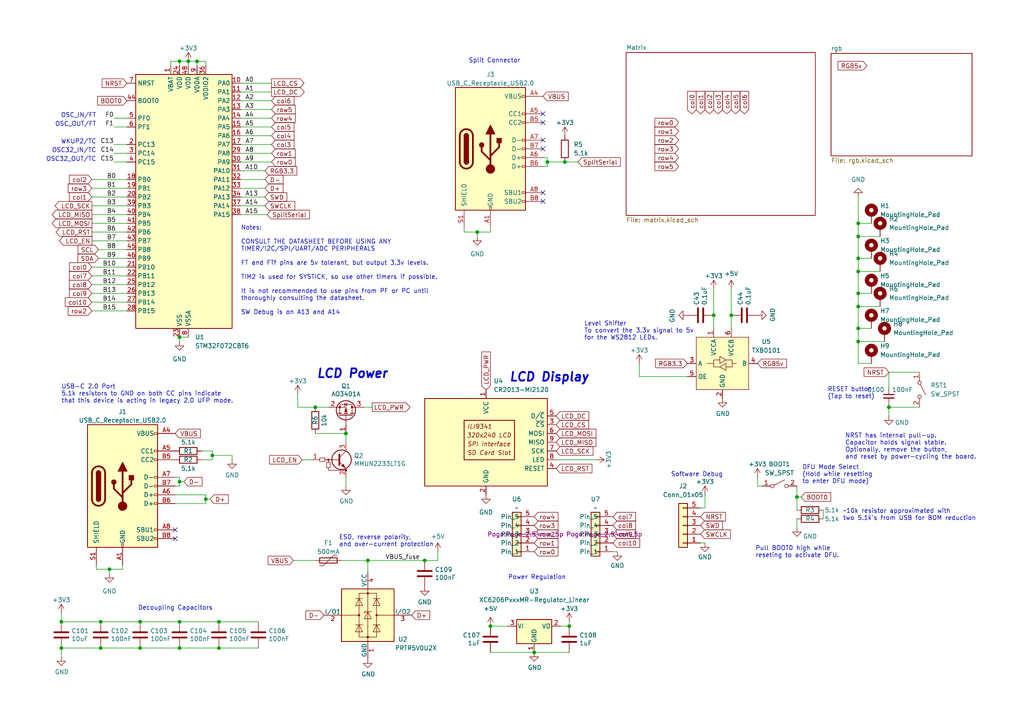
<source format=kicad_sch>
(kicad_sch (version 20231120) (generator "eeschema") (generator_version "8.0")
  (paper "A4")
  (junction (at 17.78 180.34))
  (junction (at 248.92 74.93))
  (junction (at 207.01 91.44))
  (junction (at 138.43 67.31))
  (junction (at 163.83 46.99))
  (junction (at 61.595 132.08))
  (junction (at 52.07 17.78))
  (junction (at 54.61 17.78))
  (junction (at 59.69 144.78))
  (junction (at 91.44 118.11))
  (junction (at 52.07 139.7))
  (junction (at 248.92 95.25))
  (junction (at 52.07 180.34))
  (junction (at 106.68 162.56))
  (junction (at 17.78 187.96))
  (junction (at 52.07 97.79))
  (junction (at 29.21 180.34))
  (junction (at 248.92 78.74))
  (junction (at 63.5 180.34))
  (junction (at 248.92 64.77))
  (junction (at 29.21 187.96))
  (junction (at 248.92 88.9))
  (junction (at 231.14 144.145))
  (junction (at 212.09 91.44))
  (junction (at 100.33 125.73))
  (junction (at 248.92 85.09))
  (junction (at 40.64 180.34))
  (junction (at 154.94 189.23) (diameter 0.9144))
  (junction (at 40.64 187.96))
  (junction (at 123.19 162.56))
  (junction (at 63.5 187.96))
  (junction (at 57.15 17.78))
  (junction (at 52.07 187.96))
  (junction (at 257.81 118.11))
  (junction (at 165.1 181.61))
  (junction (at 248.92 99.06))
  (junction (at 31.75 165.1))
  (junction (at 248.92 68.58))
  (junction (at 142.24 181.61))
  (junction (at 158.75 46.99))
  (no_connect (at 157.48 43.18))
  (no_connect (at 50.8 153.67))
  (no_connect (at 157.48 58.42))
  (no_connect (at 50.8 156.21))
  (no_connect (at 157.48 33.02))
  (no_connect (at 157.48 35.56))
  (no_connect (at 157.48 40.64))
  (no_connect (at 157.48 55.88))
  (wire (pts (xy 248.92 88.9) (xy 248.92 85.09)))
  (wire (pts (xy 69.85 39.37) (xy 78.74 39.37)))
  (wire (pts (xy 63.5 187.96) (xy 74.93 187.96)))
  (wire (pts (xy 123.19 162.56) (xy 127 162.56)))
  (wire (pts (xy 248.92 95.25) (xy 248.92 88.9)))
  (wire (pts (xy 138.43 68.58) (xy 138.43 67.31)))
  (wire (pts (xy 17.78 177.8) (xy 17.78 180.34)))
  (wire (pts (xy 26.67 80.01) (xy 36.83 80.01)))
  (wire (pts (xy 248.92 57.15) (xy 248.92 64.77)))
  (wire (pts (xy 100.33 125.73) (xy 100.33 128.27)))
  (wire (pts (xy 127 160.02) (xy 127 162.56)))
  (wire (pts (xy 40.64 180.34) (xy 29.21 180.34)))
  (wire (pts (xy 52.07 138.43) (xy 52.07 139.7)))
  (wire (pts (xy 67.31 132.08) (xy 67.31 133.35)))
  (wire (pts (xy 207.01 83.82) (xy 207.01 91.44)))
  (wire (pts (xy 69.85 57.15) (xy 76.835 57.15)))
  (wire (pts (xy 248.92 74.93) (xy 248.92 68.58)))
  (wire (pts (xy 248.92 78.74) (xy 248.92 74.93)))
  (wire (pts (xy 59.69 146.05) (xy 59.69 144.78)))
  (wire (pts (xy 50.8 143.51) (xy 59.69 143.51)))
  (wire (pts (xy 33.02 44.45) (xy 36.83 44.45)))
  (wire (pts (xy 26.67 77.47) (xy 36.83 77.47)))
  (wire (pts (xy 26.67 54.61) (xy 36.83 54.61)))
  (wire (pts (xy 26.67 52.07) (xy 36.83 52.07)))
  (wire (pts (xy 29.21 180.34) (xy 17.78 180.34)))
  (wire (pts (xy 40.64 187.96) (xy 52.07 187.96)))
  (wire (pts (xy 204.47 143.51) (xy 204.47 147.32)))
  (wire (pts (xy 52.07 17.78) (xy 52.07 19.05)))
  (wire (pts (xy 17.78 190.5) (xy 17.78 187.96)))
  (wire (pts (xy 69.85 54.61) (xy 76.835 54.61)))
  (wire (pts (xy 185.42 109.22) (xy 199.39 109.22)))
  (wire (pts (xy 33.02 36.83) (xy 36.83 36.83)))
  (wire (pts (xy 61.595 133.35) (xy 61.595 132.08)))
  (wire (pts (xy 248.92 99.06) (xy 248.92 105.41)))
  (wire (pts (xy 248.92 105.41) (xy 252.73 105.41)))
  (wire (pts (xy 28.575 72.39) (xy 36.83 72.39)))
  (wire (pts (xy 26.67 57.15) (xy 36.83 57.15)))
  (wire (pts (xy 26.67 85.09) (xy 36.83 85.09)))
  (wire (pts (xy 134.62 67.31) (xy 138.43 67.31)))
  (wire (pts (xy 86.36 114.3) (xy 86.36 118.11)))
  (wire (pts (xy 33.02 46.99) (xy 36.83 46.99)))
  (wire (pts (xy 154.94 189.23) (xy 165.1 189.23)))
  (wire (pts (xy 231.14 140.97) (xy 231.14 144.145)))
  (wire (pts (xy 52.07 99.06) (xy 52.07 97.79)))
  (wire (pts (xy 248.92 78.74) (xy 255.27 78.74)))
  (wire (pts (xy 61.595 132.08) (xy 67.31 132.08)))
  (wire (pts (xy 26.67 67.31) (xy 36.83 67.31)))
  (wire (pts (xy 165.1 180.34) (xy 165.1 181.61)))
  (wire (pts (xy 69.85 62.23) (xy 77.47 62.23)))
  (wire (pts (xy 52.07 97.79) (xy 54.61 97.79)))
  (wire (pts (xy 69.85 49.53) (xy 76.835 49.53)))
  (wire (pts (xy 52.07 180.34) (xy 63.5 180.34)))
  (wire (pts (xy 248.92 95.25) (xy 248.92 99.06)))
  (wire (pts (xy 204.47 147.32) (xy 203.2 147.32)))
  (wire (pts (xy 157.48 45.72) (xy 158.75 45.72)))
  (wire (pts (xy 26.67 62.23) (xy 36.83 62.23)))
  (wire (pts (xy 49.53 17.78) (xy 52.07 17.78)))
  (wire (pts (xy 26.67 64.77) (xy 36.83 64.77)))
  (wire (pts (xy 91.44 118.11) (xy 95.25 118.11)))
  (wire (pts (xy 50.8 146.05) (xy 59.69 146.05)))
  (wire (pts (xy 100.33 138.43) (xy 100.33 140.97)))
  (wire (pts (xy 69.85 34.29) (xy 78.74 34.29)))
  (wire (pts (xy 238.76 147.955) (xy 238.76 150.495)))
  (wire (pts (xy 52.07 139.7) (xy 52.07 140.97)))
  (wire (pts (xy 69.85 59.69) (xy 76.835 59.69)))
  (wire (pts (xy 26.67 82.55) (xy 36.83 82.55)))
  (wire (pts (xy 52.07 17.78) (xy 54.61 17.78)))
  (wire (pts (xy 185.42 109.22) (xy 185.42 105.41)))
  (wire (pts (xy 212.09 83.82) (xy 212.09 91.44)))
  (wire (pts (xy 49.53 17.78) (xy 49.53 19.05)))
  (wire (pts (xy 256.54 99.06) (xy 248.92 99.06)))
  (wire (pts (xy 33.02 41.91) (xy 36.83 41.91)))
  (wire (pts (xy 142.24 181.61) (xy 147.32 181.61)))
  (wire (pts (xy 69.85 44.45) (xy 78.74 44.45)))
  (wire (pts (xy 162.56 181.61) (xy 165.1 181.61)))
  (wire (pts (xy 85.09 162.56) (xy 91.44 162.56)))
  (wire (pts (xy 40.64 187.96) (xy 29.21 187.96)))
  (wire (pts (xy 257.81 107.95) (xy 257.81 112.395)))
  (wire (pts (xy 163.83 46.99) (xy 167.64 46.99)))
  (wire (pts (xy 231.14 144.145) (xy 231.14 147.955)))
  (wire (pts (xy 90.17 133.35) (xy 87.63 133.35)))
  (wire (pts (xy 26.67 87.63) (xy 36.83 87.63)))
  (wire (pts (xy 50.8 140.97) (xy 52.07 140.97)))
  (wire (pts (xy 158.75 46.99) (xy 163.83 46.99)))
  (wire (pts (xy 231.14 150.495) (xy 231.14 153.035)))
  (wire (pts (xy 257.81 107.95) (xy 266.7 107.95)))
  (wire (pts (xy 134.62 66.04) (xy 134.62 67.31)))
  (wire (pts (xy 91.44 125.73) (xy 100.33 125.73)))
  (wire (pts (xy 29.21 187.96) (xy 17.78 187.96)))
  (wire (pts (xy 69.85 24.13) (xy 78.74 24.13)))
  (wire (pts (xy 257.81 118.11) (xy 266.7 118.11)))
  (wire (pts (xy 35.56 165.1) (xy 35.56 163.83)))
  (wire (pts (xy 59.69 143.51) (xy 59.69 144.78)))
  (wire (pts (xy 203.2 157.48) (xy 204.47 157.48)))
  (wire (pts (xy 248.92 88.9) (xy 255.27 88.9)))
  (wire (pts (xy 69.85 29.21) (xy 78.74 29.21)))
  (wire (pts (xy 27.94 165.1) (xy 31.75 165.1)))
  (wire (pts (xy 106.68 162.56) (xy 123.19 162.56)))
  (wire (pts (xy 158.75 48.26) (xy 158.75 46.99)))
  (wire (pts (xy 248.92 64.77) (xy 252.73 64.77)))
  (wire (pts (xy 40.64 180.34) (xy 52.07 180.34)))
  (wire (pts (xy 231.14 144.145) (xy 232.41 144.145)))
  (wire (pts (xy 52.07 139.7) (xy 53.34 139.7)))
  (wire (pts (xy 57.15 17.78) (xy 54.61 17.78)))
  (wire (pts (xy 59.69 144.78) (xy 60.96 144.78)))
  (wire (pts (xy 158.75 45.72) (xy 158.75 46.99)))
  (wire (pts (xy 59.69 17.78) (xy 59.69 19.05)))
  (wire (pts (xy 69.85 36.83) (xy 78.74 36.83)))
  (wire (pts (xy 154.94 189.23) (xy 142.24 189.23)))
  (wire (pts (xy 28.575 74.93) (xy 36.83 74.93)))
  (wire (pts (xy 177.8 160.02) (xy 179.07 160.02)))
  (wire (pts (xy 50.8 138.43) (xy 52.07 138.43)))
  (wire (pts (xy 69.85 31.75) (xy 78.74 31.75)))
  (wire (pts (xy 54.61 17.78) (xy 54.61 19.05)))
  (wire (pts (xy 220.98 140.97) (xy 219.71 140.97)))
  (wire (pts (xy 63.5 180.34) (xy 74.93 180.34)))
  (wire (pts (xy 31.75 165.1) (xy 35.56 165.1)))
  (wire (pts (xy 26.67 59.69) (xy 36.83 59.69)))
  (wire (pts (xy 248.92 68.58) (xy 255.27 68.58)))
  (wire (pts (xy 207.01 91.44) (xy 207.01 95.25)))
  (wire (pts (xy 69.85 52.07) (xy 76.835 52.07)))
  (wire (pts (xy 33.02 34.29) (xy 36.83 34.29)))
  (wire (pts (xy 31.75 166.37) (xy 31.75 165.1)))
  (wire (pts (xy 105.41 118.11) (xy 107.95 118.11)))
  (wire (pts (xy 57.15 17.78) (xy 57.15 19.05)))
  (wire (pts (xy 142.24 67.31) (xy 142.24 66.04)))
  (wire (pts (xy 86.36 118.11) (xy 91.44 118.11)))
  (wire (pts (xy 58.42 133.35) (xy 61.595 133.35)))
  (wire (pts (xy 252.73 95.25) (xy 248.92 95.25)))
  (wire (pts (xy 69.85 41.91) (xy 78.74 41.91)))
  (wire (pts (xy 52.07 187.96) (xy 63.5 187.96)))
  (wire (pts (xy 27.94 163.83) (xy 27.94 165.1)))
  (wire (pts (xy 257.81 118.11) (xy 257.81 117.475)))
  (wire (pts (xy 248.92 74.93) (xy 252.73 74.93)))
  (wire (pts (xy 138.43 67.31) (xy 142.24 67.31)))
  (wire (pts (xy 212.09 91.44) (xy 212.09 95.25)))
  (wire (pts (xy 26.67 90.17) (xy 36.83 90.17)))
  (wire (pts (xy 58.42 130.81) (xy 61.595 130.81)))
  (wire (pts (xy 248.92 85.09) (xy 248.92 78.74)))
  (wire (pts (xy 248.92 68.58) (xy 248.92 64.77)))
  (wire (pts (xy 257.81 120.65) (xy 257.81 118.11)))
  (wire (pts (xy 161.29 133.35) (xy 172.72 133.35)))
  (wire (pts (xy 219.71 138.43) (xy 219.71 140.97)))
  (wire (pts (xy 106.68 162.56) (xy 106.68 165.735)))
  (wire (pts (xy 99.06 162.56) (xy 106.68 162.56)))
  (wire (pts (xy 26.67 69.85) (xy 36.83 69.85)))
  (wire (pts (xy 61.595 132.08) (xy 61.595 130.81)))
  (wire (pts (xy 69.85 46.99) (xy 78.74 46.99)))
  (wire (pts (xy 157.48 48.26) (xy 158.75 48.26)))
  (wire (pts (xy 69.85 26.67) (xy 78.74 26.67)))
  (wire (pts (xy 248.92 85.09) (xy 252.73 85.09)))
  (wire (pts (xy 57.15 17.78) (xy 59.69 17.78)))
  (text "Decoupling Capacitors" (at 40.005 177.165 0) (effects (font (size 1.27 1.27)) (justify left bottom)))
  (text "~10k resistor approximated with\ntwo 5.1k's from USB for BOM reduction" (at 244.475 151.13 0) (effects (font (size 1.27 1.27)) (justify left bottom)))
  (text "LCD Power" (at 91.694 109.982 0) (effects (font (size 2.54 2.54) (thickness 0.508) (bold yes) (italic yes)) (justify left bottom)))
  (text "Notes:\n\nCONSULT THE DATASHEET BEFORE USING ANY \nTIMER/I2C/SPI/UART/ADC PERIPHERALS\n\nFT and FTf pins are 5v tolerant, but output 3.3v levels.\n\nTIM2 is used for SYSTICK, so use other timers if possible.\n\nIt is not recommended to use pins from PF or PC until\nthoroughly consulting the datasheet.\n\nSW Debug is on A13 and A14" (at 69.85 91.44 0) (effects (font (size 1.27 1.27)) (justify left bottom)))
  (text "RESET button\n(Tap to reset)" (at 240.03 115.824 0) (effects (font (size 1.27 1.27)) (justify left bottom)))
  (text "Power Regulation" (at 147.32 168.275 0) (effects (font (size 1.27 1.27)) (justify left bottom)))
  (text "OSC_IN/FT" (at 27.94 34.29 0) (effects (font (size 1.27 1.27)) (justify right bottom)))
  (text "OSC32_OUT/TC" (at 27.94 46.99 0) (effects (font (size 1.27 1.27)) (justify right bottom)))
  (text "USB-C 2.0 Port\n5.1k resistors to GND on both CC pins indicate\nthat this device is acting in legacy 2.0 UFP mode." (at 17.78 117.094 0) (effects (font (size 1.27 1.27)) (justify left bottom)))
  (text "WKUP2/TC" (at 27.94 41.91 0) (effects (font (size 1.27 1.27)) (justify right bottom)))
  (text "OSC_OUT/FT" (at 27.94 36.83 0) (effects (font (size 1.27 1.27)) (justify right bottom)))
  (text "ESD, reverse polarity,\nand over-current protection" (at 98.298 158.75 0) (effects (font (size 1.27 1.27)) (justify left bottom)))
  (text "Split Connector" (at 135.89 18.415 0) (effects (font (size 1.27 1.27)) (justify left bottom)))
  (text "Software Debug" (at 194.564 138.43 0) (effects (font (size 1.27 1.27)) (justify left bottom)))
  (text "NRST has internal pull-up.\nCapacitor holds signal stable.\nOptionally, remove the button,\nand reset by power-cycling the board." (at 245.11 133.35 0) (effects (font (size 1.27 1.27)) (justify left bottom)))
  (text "OSC32_IN/TC" (at 27.94 44.45 0) (effects (font (size 1.27 1.27)) (justify right bottom)))
  (text "Pull BOOT0 high while \nreseting to activate DFU." (at 219.075 161.925 0) (effects (font (size 1.27 1.27)) (justify left bottom)))
  (text "Level Shifter\nTo convert the 3.3v signal to 5v\nfor the WS2812 LEDs." (at 169.418 98.806 0) (effects (font (size 1.27 1.27)) (justify left bottom)))
  (text "LCD Display" (at 147.574 110.998 0) (effects (font (size 2.54 2.54) (thickness 0.508) (bold yes) (italic yes)) (justify left bottom)))
  (text "DFU Mode Select\n(Hold while resetting\nto enter DFU mode)" (at 232.664 140.462 0) (effects (font (size 1.27 1.27)) (justify left bottom)))
  (label "A0" (at 71.12 24.13 0))
  (label "B11" (at 33.655 80.01 180))
  (label "C13" (at 33.02 41.91 180))
  (label "A6" (at 71.12 39.37 0))
  (label "B4" (at 33.655 62.23 180))
  (label "A7" (at 71.12 41.91 0))
  (label "A4" (at 71.12 34.29 0))
  (label "B2" (at 33.655 57.15 180))
  (label "B8" (at 33.655 72.39 180))
  (label "F0" (at 33.02 34.29 180))
  (label "B13" (at 33.655 85.09 180))
  (label "A3" (at 71.12 31.75 0))
  (label "A10" (at 71.12 49.53 0))
  (label "A9" (at 71.12 46.99 0))
  (label "C14" (at 33.02 44.45 180))
  (label "A2" (at 71.12 29.21 0))
  (label "B5" (at 33.655 64.77 180))
  (label "B0" (at 33.655 52.07 180))
  (label "F1" (at 33.02 36.83 180))
  (label "C15" (at 33.02 46.99 180))
  (label "A8" (at 71.12 44.45 0))
  (label "B1" (at 33.655 54.61 180))
  (label "B7" (at 33.655 69.85 180))
  (label "B10" (at 33.655 77.47 180))
  (label "B9" (at 33.655 74.93 180))
  (label "B6" (at 33.655 67.31 180))
  (label "A13" (at 71.12 57.15 0))
  (label "VBUS_fuse" (at 111.76 162.56 0))
  (label "A1" (at 71.12 26.67 0))
  (label "B3" (at 33.655 59.69 180))
  (label "B15" (at 33.655 90.17 180))
  (label "A5" (at 71.12 36.83 0))
  (label "B14" (at 33.655 87.63 180))
  (label "A15" (at 71.12 62.23 0))
  (label "A14" (at 71.12 59.69 0))
  (label "B12" (at 33.655 82.55 180))
  (global_label "RGB5v" (shape input) (at 219.71 105.41 0) (property "Intersheetrefs" "${INTERSHEET_REFS}" (effects (hide yes))))
  (global_label "col5" (shape input) (at 78.74 36.83 0) (property "Intersheetrefs" "${INTERSHEET_REFS}" (effects (hide yes))))
  (global_label "SDA" (shape input) (at 28.575 74.93 180) (property "Intersheetrefs" "${INTERSHEET_REFS}" (effects (hide yes))))
  (global_label "LCD_MISO" (shape input) (at 161.29 128.27 0) (property "Intersheetrefs" "${INTERSHEET_REFS}" (effects (hide yes))))
  (global_label "VBUS" (shape input) (at 157.48 27.94 0) (property "Intersheetrefs" "${INTERSHEET_REFS}" (effects (hide yes))))
  (global_label "SWD" (shape input) (at 76.835 57.15 0) (property "Intersheetrefs" "${INTERSHEET_REFS}" (effects (hide yes))))
  (global_label "row1" (shape input) (at 196.85 38.1 180) (property "Intersheetrefs" "${INTERSHEET_REFS}" (effects (hide yes))))
  (global_label "LCD_EN" (shape output) (at 26.67 69.85 180) (property "Intersheetrefs" "${INTERSHEET_REFS}" (effects (hide yes))))
  (global_label "row2" (shape input) (at 196.85 40.64 180) (property "Intersheetrefs" "${INTERSHEET_REFS}" (effects (hide yes))))
  (global_label "col6" (shape input) (at 78.74 29.21 0) (property "Intersheetrefs" "${INTERSHEET_REFS}" (effects (hide yes))))
  (global_label "RGB3.3" (shape input) (at 199.39 105.41 180) (property "Intersheetrefs" "${INTERSHEET_REFS}" (effects (hide yes))))
  (global_label "row0" (shape input) (at 154.94 160.02 0) (property "Intersheetrefs" "${INTERSHEET_REFS}" (effects (hide yes))))
  (global_label "LCD_PWR" (shape input) (at 140.97 113.03 90) (property "Intersheetrefs" "${INTERSHEET_REFS}" (effects (hide yes))))
  (global_label "SWCLK" (shape input) (at 203.2 154.94 0) (property "Intersheetrefs" "${INTERSHEET_REFS}" (effects (hide yes))))
  (global_label "col10" (shape input) (at 177.8 157.48 0) (property "Intersheetrefs" "${INTERSHEET_REFS}" (effects (hide yes))))
  (global_label "NRST" (shape input) (at 257.81 107.95 180) (property "Intersheetrefs" "${INTERSHEET_REFS}" (effects (hide yes))))
  (global_label "SCL" (shape input) (at 28.575 72.39 180) (property "Intersheetrefs" "${INTERSHEET_REFS}" (effects (hide yes))))
  (global_label "LCD_RST" (shape output) (at 26.67 67.31 180) (property "Intersheetrefs" "${INTERSHEET_REFS}" (effects (hide yes))))
  (global_label "LCD_CS" (shape output) (at 78.74 24.13 0) (property "Intersheetrefs" "${INTERSHEET_REFS}" (effects (hide yes))))
  (global_label "row3" (shape input) (at 154.94 152.4 0) (property "Intersheetrefs" "${INTERSHEET_REFS}" (effects (hide yes))))
  (global_label "row1" (shape input) (at 154.94 157.48 0) (property "Intersheetrefs" "${INTERSHEET_REFS}" (effects (hide yes))))
  (global_label "VBUS" (shape input) (at 50.8 125.73 0) (property "Intersheetrefs" "${INTERSHEET_REFS}" (effects (hide yes))))
  (global_label "LCD_CS" (shape input) (at 161.29 123.19 0) (property "Intersheetrefs" "${INTERSHEET_REFS}" (effects (hide yes))))
  (global_label "LCD_PWR" (shape output) (at 107.95 118.11 0) (property "Intersheetrefs" "${INTERSHEET_REFS}" (effects (hide yes))))
  (global_label "col8" (shape input) (at 177.8 152.4 0) (property "Intersheetrefs" "${INTERSHEET_REFS}" (effects (hide yes))))
  (global_label "col6" (shape input) (at 215.9 33.02 90) (property "Intersheetrefs" "${INTERSHEET_REFS}" (effects (hide yes))))
  (global_label "row4" (shape input) (at 78.74 34.29 0) (property "Intersheetrefs" "${INTERSHEET_REFS}" (effects (hide yes))))
  (global_label "BOOT0" (shape input) (at 232.41 144.145 0) (property "Intersheetrefs" "${INTERSHEET_REFS}" (effects (hide yes))))
  (global_label "col7" (shape input) (at 177.8 149.86 0) (property "Intersheetrefs" "${INTERSHEET_REFS}" (effects (hide yes))))
  (global_label "LCD_MOSI" (shape output) (at 26.67 64.77 180) (property "Intersheetrefs" "${INTERSHEET_REFS}" (effects (hide yes))))
  (global_label "col7" (shape input) (at 26.67 80.01 180) (property "Intersheetrefs" "${INTERSHEET_REFS}" (effects (hide yes))))
  (global_label "col0" (shape input) (at 26.67 77.47 180) (property "Intersheetrefs" "${INTERSHEET_REFS}" (effects (hide yes))))
  (global_label "col5" (shape input) (at 213.36 33.02 90) (property "Intersheetrefs" "${INTERSHEET_REFS}" (effects (hide yes))))
  (global_label "BOOT0" (shape input) (at 36.83 29.21 180) (property "Intersheetrefs" "${INTERSHEET_REFS}" (effects (hide yes))))
  (global_label "row4" (shape input) (at 196.85 45.72 180) (property "Intersheetrefs" "${INTERSHEET_REFS}" (effects (hide yes))))
  (global_label "LCD_SCK" (shape output) (at 26.67 59.69 180) (property "Intersheetrefs" "${INTERSHEET_REFS}" (effects (hide yes))))
  (global_label "row2" (shape input) (at 154.94 154.94 0) (property "Intersheetrefs" "${INTERSHEET_REFS}" (effects (hide yes))))
  (global_label "col2" (shape input) (at 26.67 52.07 180) (property "Intersheetrefs" "${INTERSHEET_REFS}" (effects (hide yes))))
  (global_label "LCD_MISO" (shape output) (at 26.67 62.23 180) (property "Intersheetrefs" "${INTERSHEET_REFS}" (effects (hide yes))))
  (global_label "SWD" (shape input) (at 203.2 152.4 0) (property "Intersheetrefs" "${INTERSHEET_REFS}" (effects (hide yes))))
  (global_label "RGB5v" (shape input) (at 251.46 19.05 180) (property "Intersheetrefs" "${INTERSHEET_REFS}" (effects (hide yes))))
  (global_label "row5" (shape input) (at 78.74 31.75 0) (property "Intersheetrefs" "${INTERSHEET_REFS}" (effects (hide yes))))
  (global_label "col1" (shape input) (at 26.67 57.15 180) (property "Intersheetrefs" "${INTERSHEET_REFS}" (effects (hide yes))))
  (global_label "NRST" (shape input) (at 203.2 149.86 0) (property "Intersheetrefs" "${INTERSHEET_REFS}" (effects (hide yes))))
  (global_label "col9" (shape input) (at 177.8 154.94 0) (property "Intersheetrefs" "${INTERSHEET_REFS}" (effects (hide yes))))
  (global_label "D-" (shape input) (at 53.34 139.7 0) (property "Intersheetrefs" "${INTERSHEET_REFS}" (effects (hide yes))))
  (global_label "LCD_DC" (shape output) (at 78.74 26.67 0) (property "Intersheetrefs" "${INTERSHEET_REFS}" (effects (hide yes))))
  (global_label "col4" (shape input) (at 78.74 39.37 0) (property "Intersheetrefs" "${INTERSHEET_REFS}" (effects (hide yes))))
  (global_label "col2" (shape input) (at 205.74 33.02 90) (property "Intersheetrefs" "${INTERSHEET_REFS}" (effects (hide yes))))
  (global_label "row5" (shape input) (at 196.85 48.26 180) (property "Intersheetrefs" "${INTERSHEET_REFS}" (effects (hide yes))))
  (global_label "col9" (shape input) (at 26.67 85.09 180) (property "Intersheetrefs" "${INTERSHEET_REFS}" (effects (hide yes))))
  (global_label "row3" (shape input) (at 196.85 43.18 180) (property "Intersheetrefs" "${INTERSHEET_REFS}" (effects (hide yes))))
  (global_label "NRST" (shape input) (at 36.83 24.13 180) (property "Intersheetrefs" "${INTERSHEET_REFS}" (effects (hide yes))))
  (global_label "row1" (shape input) (at 78.74 44.45 0) (property "Intersheetrefs" "${INTERSHEET_REFS}" (effects (hide yes))))
  (global_label "LCD_MOSI" (shape input) (at 161.29 125.73 0) (property "Intersheetrefs" "${INTERSHEET_REFS}" (effects (hide yes))))
  (global_label "LCD_DC" (shape input) (at 161.29 120.65 0) (property "Intersheetrefs" "${INTERSHEET_REFS}" (effects (hide yes))))
  (global_label "row4" (shape input) (at 154.94 149.86 0) (property "Intersheetrefs" "${INTERSHEET_REFS}" (effects (hide yes))))
  (global_label "col3" (shape input) (at 78.74 41.91 0) (property "Intersheetrefs" "${INTERSHEET_REFS}" (effects (hide yes))))
  (global_label "col3" (shape input) (at 208.28 33.02 90) (property "Intersheetrefs" "${INTERSHEET_REFS}" (effects (hide yes))))
  (global_label "LCD_EN" (shape input) (at 87.63 133.35 180) (property "Intersheetrefs" "${INTERSHEET_REFS}" (effects (hide yes))))
  (global_label "D-" (shape input) (at 76.835 52.07 0) (property "Intersheetrefs" "${INTERSHEET_REFS}" (effects (hide yes))))
  (global_label "RGB3.3" (shape input) (at 76.835 49.53 0) (property "Intersheetrefs" "${INTERSHEET_REFS}" (effects (hide yes))))
  (global_label "col10" (shape input) (at 26.67 87.63 180) (property "Intersheetrefs" "${INTERSHEET_REFS}" (effects (hide yes))))
  (global_label "row3" (shape input) (at 26.67 54.61 180) (property "Intersheetrefs" "${INTERSHEET_REFS}" (effects (hide yes))))
  (global_label "SplitSerial" (shape input) (at 77.47 62.23 0) (property "Intersheetrefs" "${INTERSHEET_REFS}" (effects (hide yes))))
  (global_label "SWCLK" (shape input) (at 76.835 59.69 0) (property "Intersheetrefs" "${INTERSHEET_REFS}" (effects (hide yes))))
  (global_label "col1" (shape input) (at 203.2 33.02 90) (property "Intersheetrefs" "${INTERSHEET_REFS}" (effects (hide yes))))
  (global_label "row2" (shape input) (at 26.67 90.17 180) (property "Intersheetrefs" "${INTERSHEET_REFS}" (effects (hide yes))))
  (global_label "row0" (shape input) (at 78.74 46.99 0) (property "Intersheetrefs" "${INTERSHEET_REFS}" (effects (hide yes))))
  (global_label "D+" (shape input) (at 60.96 144.78 0) (property "Intersheetrefs" "${INTERSHEET_REFS}" (effects (hide yes))))
  (global_label "col4" (shape input) (at 210.82 33.02 90) (property "Intersheetrefs" "${INTERSHEET_REFS}" (effects (hide yes))))
  (global_label "col0" (shape input) (at 200.66 33.02 90) (property "Intersheetrefs" "${INTERSHEET_REFS}" (effects (hide yes))))
  (global_label "D+" (shape input) (at 119.38 178.435 0) (property "Intersheetrefs" "${INTERSHEET_REFS}" (effects (hide yes))))
  (global_label "D-" (shape input) (at 93.98 178.435 180) (property "Intersheetrefs" "${INTERSHEET_REFS}" (effects (hide yes))))
  (global_label "SplitSerial" (shape input) (at 167.64 46.99 0) (property "Intersheetrefs" "${INTERSHEET_REFS}" (effects (hide yes))))
  (global_label "LCD_SCK" (shape input) (at 161.29 130.81 0) (property "Intersheetrefs" "${INTERSHEET_REFS}" (effects (hide yes))))
  (global_label "row0" (shape input) (at 196.85 35.56 180) (property "Intersheetrefs" "${INTERSHEET_REFS}" (effects (hide yes))))
  (global_label "col8" (shape input) (at 26.67 82.55 180) (property "Intersheetrefs" "${INTERSHEET_REFS}" (effects (hide yes))))
  (global_label "LCD_RST" (shape input) (at 161.29 135.89 0) (property "Intersheetrefs" "${INTERSHEET_REFS}" (effects (hide yes))))
  (global_label "D+" (shape input) (at 76.835 54.61 0) (property "Intersheetrefs" "${INTERSHEET_REFS}" (effects (hide yes))))
  (global_label "VBUS" (shape input) (at 85.09 162.56 180) (property "Intersheetrefs" "${INTERSHEET_REFS}" (effects (hide yes))))
  (symbol (lib_id "power:+3V3") (at 207.01 83.82 0) (unit 1)
    (property "Reference" "#PWR060" (effects (hide yes)))
    (property "Value" "+3V3" (at 207.01 80.01 0))
  )
  (symbol (lib_id "power:GND") (at 154.94 189.23 0) (unit 1)
    (property "Reference" "#PWR015" (effects (hide yes)))
    (property "Value" "GND" (at 155.067 193.6242 0))
  )
  (symbol (lib_id "power:+5V") (at 142.24 181.61 0) (unit 1)
    (property "Reference" "#PWR013" (effects (hide yes)))
    (property "Value" "+5V" (at 142.24 176.53 0))
  )
  (symbol (lib_id "Device:C") (at 165.1 185.42 0) (unit 1)
    (property "Reference" "C108" (at 168.021 184.2516 0) (effects (justify left)))
    (property "Value" "1uF" (at 168.021 186.563 0) (effects (justify left)))
    (property "Footprint" "Capacitor_SMD:C_0402_1005Metric" (effects (hide yes)))
    (property "LCSC" "C307331" (effects (hide yes)))
  )
  (symbol (lib_id "power:GND") (at 123.19 170.18 0) (unit 1)
    (property "Reference" "#PWR010" (effects (hide yes)))
    (property "Value" "GND" (at 123.19 174.625 0))
  )
  (symbol (lib_id "MCU_ST_STM32F0:STM32F072CBTx") (at 52.07 59.69 0) (unit 1)
    (property "Reference" "U1" (at 56.5659 97.79 0) (effects (justify left)))
    (property "Value" "STM32F072CBT6" (at 56.5659 100.33 0) (effects (justify left)))
    (property "Footprint" "Package_QFP:LQFP-48_7x7mm_P0.5mm" (effects (hide yes)))
    (property "Datasheet" "https://www.st.com/resource/en/datasheet/stm32f072cb.pdf" (effects (hide yes)))
    (property "JlcRotOffset" "90" (effects (hide yes)))
  )
  (symbol (lib_id "Transistor_FET:AO3401A") (at 100.33 120.65 270) (mirror x) (unit 1)
    (property "Reference" "Q1" (at 100.33 111.9632 90))
    (property "Value" "AO3401A" (at 100.33 114.2746 90))
    (property "Footprint" "Package_TO_SOT_SMD:SOT-23-3" (effects (hide yes)))
  )
  (symbol (lib_id "power:+3V3") (at 185.42 105.41 0) (unit 1)
    (property "Reference" "#PWR063" (effects (hide yes)))
    (property "Value" "+3V3" (at 185.42 101.6 0))
  )
  (symbol (lib_id "Device:C") (at 123.19 166.37 0) (unit 1)
    (property "Reference" "C109" (at 126.111 165.2016 0) (effects (justify left)))
    (property "Value" "100nF" (at 126.111 167.513 0) (effects (justify left)))
    (property "Footprint" "Capacitor_SMD:C_0402_1005Metric" (effects (hide yes)))
    (property "LCSC" "C307331" (effects (hide yes)))
  )
  (symbol (lib_id "Driver_Display:CR2013-MI2120") (at 140.97 128.27 0) (unit 1)
    (property "Reference" "U4" (at 143.1641 110.49 0) (effects (justify left)))
    (property "Value" "CR2013-MI2120" (at 143.1641 113.03 0) (effects (justify left)))
    (property "Footprint" "Display:CR2013-MI2120" (effects (hide yes)))
    (property "Datasheet" "http://pan.baidu.com/s/11Y990" (effects (hide yes)))
    (property "Description" "ILI9341 controller, SPI TFT LCD Display, 9-pin breakout PCB, 4-pin SD card interface, 5V/3.3V" (effects (hide yes)))
  )
  (symbol (lib_id "Device:C_Small") (at 257.81 114.935 0) (mirror y) (unit 1)
    (property "Reference" "C100" (at 256.54 113.03 0) (effects (justify left)))
    (property "Value" "100nF" (at 264.795 113.03 0) (effects (justify left)))
    (property "Footprint" "Capacitor_SMD:C_0402_1005Metric" (effects (hide yes)))
    (property "LCSC" "C307331" (effects (hide yes)))
  )
  (symbol (lib_id "Device:R") (at 234.95 147.955 90) (unit 1)
    (property "Reference" "R3" (at 234.95 147.955 90))
    (property "Value" "5.1k" (at 241.3 147.955 90))
    (property "Footprint" "Resistor_SMD:R_0402_1005Metric" (effects (hide yes)))
  )
  (symbol (lib_id "Mechanical:MountingHole_Pad") (at 252.73 102.87 0) (unit 1) (exclude_from_sim yes) (in_bom no)
    (property "Reference" "H9" (at 255.27 100.3299 0) (effects (justify left)))
    (property "Value" "MountingHole_Pad" (at 255.27 102.8699 0) (effects (justify left)))
    (property "Footprint" "MountingHole:MountingHole_3.2mm_M3_DIN965_Pad" (effects (hide yes)))
    (property "Description" "Mounting Hole with connection" (effects (hide yes)))
  )
  (symbol (lib_id "Connector:USB_C_Receptacle_USB2.0") (at 35.56 140.97 0) (unit 1)
    (property "Reference" "J1" (at 35.56 119.38 0))
    (property "Value" "USB_C_Receptacle_USB2.0" (at 35.56 121.92 0))
    (property "Footprint" "PCM_marbastlib-various:USB_C_Receptacle_HRO_TYPE-C-31-M-14" (effects (hide yes)))
    (property "Datasheet" "https://www.usb.org/sites/default/files/documents/usb_type-c.zip" (effects (hide yes)))
    (property "JlcRotOffset" "180" (effects (hide yes)))
    (property "JlcPosOffset" "0,1.5" (effects (hide yes)))
  )
  (symbol (lib_id "power:+3V3") (at 163.83 39.37 0) (unit 1)
    (property "Reference" "#PWR082" (effects (hide yes)))
    (property "Value" "+3V3" (at 163.83 35.56 0))
  )
  (symbol (lib_id "Device:C") (at 63.5 184.15 0) (unit 1)
    (property "Reference" "C105" (at 66.421 182.9816 0) (effects (justify left)))
    (property "Value" "100nF" (at 66.421 185.293 0) (effects (justify left)))
    (property "Footprint" "Capacitor_SMD:C_0402_1005Metric" (effects (hide yes)))
    (property "LCSC" "C307331" (effects (hide yes)))
  )
  (symbol (lib_id "Mechanical:MountingHole_Pad") (at 256.54 96.52 0) (unit 1) (exclude_from_sim yes) (in_bom no)
    (property "Reference" "H8" (at 259.08 93.9799 0) (effects (justify left)))
    (property "Value" "MountingHole_Pad" (at 259.08 96.5199 0) (effects (justify left)))
    (property "Footprint" "MountingHole:MountingHole_3.2mm_M3_DIN965_Pad" (effects (hide yes)))
    (property "Description" "Mounting Hole with connection" (effects (hide yes)))
  )
  (symbol (lib_id "Device:C") (at 142.24 185.42 0) (mirror y) (unit 1)
    (property "Reference" "C107" (at 139.319 184.2516 0) (effects (justify left)))
    (property "Value" "1uF" (at 139.319 186.563 0) (effects (justify left)))
    (property "Footprint" "Capacitor_SMD:C_0402_1005Metric" (effects (hide yes)))
    (property "LCSC" "C307331" (effects (hide yes)))
  )
  (symbol (lib_id "Switch:SW_SPST") (at 226.06 140.97 0) (unit 1)
    (property "Reference" "BOOT1" (at 226.06 134.62 0))
    (property "Value" "SW_SPST" (at 226.06 137.16 0))
    (property "Footprint" "Button_Switch_SMD:SW_SPST_TL3342" (effects (hide yes)))
  )
  (symbol (lib_id "Power_Protection:PRTR5V0U2X") (at 106.68 178.435 0) (unit 1)
    (property "Reference" "U2" (at 116.84 185.42 0))
    (property "Value" "PRTR5V0U2X" (at 120.65 187.96 0))
    (property "Footprint" "Package_TO_SOT_SMD:SOT-143" (effects (hide yes)))
    (property "Datasheet" "https://assets.nexperia.com/documents/data-sheet/PRTR5V0U2X.pdf" (effects (hide yes)))
    (property "LCSC" "C2827688" (effects (hide yes)))
    (property "JlcRotOffset" "90" (effects (hide yes)))
  )
  (symbol (lib_id "Mechanical:MountingHole_Pad") (at 252.73 72.39 0) (unit 1) (exclude_from_sim yes) (in_bom no)
    (property "Reference" "H3" (at 255.27 69.8499 0) (effects (justify left)))
    (property "Value" "MountingHole_Pad" (at 255.27 72.3899 0) (effects (justify left)))
    (property "Footprint" "MountingHole:MountingHole_3.2mm_M3_DIN965_Pad" (effects (hide yes)))
    (property "Description" "Mounting Hole with connection" (effects (hide yes)))
  )
  (symbol (lib_name "+5V_1") (lib_id "power:+5V") (at 212.09 83.82 0) (unit 1)
    (property "Reference" "#PWR064" (effects (hide yes)))
    (property "Value" "+5V" (at 212.09 79.375 0))
  )
  (symbol (lib_id "power:+3V3") (at 204.47 143.51 0) (mirror y) (unit 1)
    (property "Reference" "#PWR065" (effects (hide yes)))
    (property "Value" "+3V3" (at 204.47 139.7 0))
  )
  (symbol (lib_id "PCM_marbastlib-various:TXB0101") (at 209.55 107.95 0) (unit 1)
    (property "Reference" "U5" (at 222.25 99.0914 0))
    (property "Value" "TXB0101" (at 222.25 101.6314 0))
    (property "Footprint" "Package_TO_SOT_SMD:SOT-363_SC-70-6_Handsoldering" (effects (hide yes)))
    (property "Datasheet" "https://datasheet.lcsc.com/szlcsc/Texas-Instruments-TI-TXB0101DCKR_C324081.pdf" (effects (hide yes)))
    (property "Description" "1-Bit Bidirectional Voltage-Level Translator" (effects (hide yes)))
    (property "LCSC" "C324081" (effects (hide yes)))
  )
  (symbol (lib_id "Mechanical:MountingHole_Pad") (at 255.27 86.36 0) (unit 1) (exclude_from_sim yes) (in_bom no)
    (property "Reference" "H6" (at 257.81 83.8199 0) (effects (justify left)))
    (property "Value" "MountingHole_Pad" (at 257.81 86.3599 0) (effects (justify left)))
    (property "Footprint" "MountingHole:MountingHole_3.2mm_M3_DIN965_Pad" (effects (hide yes)))
    (property "Description" "Mounting Hole with connection" (effects (hide yes)))
  )
  (symbol (lib_id "power:GND") (at 204.47 157.48 0) (unit 1)
    (property "Reference" "#PWR070" (effects (hide yes)))
    (property "Value" "GND" (at 204.47 161.544 0))
  )
  (symbol (lib_id "power:GND") (at 257.81 120.65 0) (mirror y) (unit 1)
    (property "Reference" "#PWR06" (effects (hide yes)))
    (property "Value" "GND" (at 261.62 122.555 0))
  )
  (symbol (lib_id "Device:Q_NPN_BEC_BRT") (at 99.06 133.35 0) (unit 1)
    (property "Reference" "Q2" (at 102.6414 132.1816 0) (effects (justify left)))
    (property "Value" "MMUN2233LT1G" (at 102.6414 134.493 0) (effects (justify left)))
    (property "Footprint" "Package_TO_SOT_SMD:SOT-23-3" (effects (hide yes)))
  )
  (symbol (lib_id "power:+3V3") (at 86.36 114.3 0) (mirror y) (unit 1)
    (property "Reference" "#PWR069" (effects (hide yes)))
    (property "Value" "+3V3" (at 86.36 110.49 0))
  )
  (symbol (lib_id "Device:Polyfuse") (at 95.25 162.56 90) (unit 1)
    (property "Reference" "F1" (at 95.25 157.48 90))
    (property "Value" "500mA" (at 95.25 160.02 90))
    (property "Footprint" "Fuse:Fuse_1206_3216Metric" (effects (hide yes)))
    (property "LCSC" "C135341" (effects (hide yes)))
  )
  (symbol (lib_id "Device:C") (at 74.93 184.15 0) (unit 1)
    (property "Reference" "C106" (at 77.851 182.9816 0) (effects (justify left)))
    (property "Value" "100nF" (at 77.851 185.293 0) (effects (justify left)))
    (property "Footprint" "Capacitor_SMD:C_0402_1005Metric" (effects (hide yes)))
    (property "LCSC" "C307331" (effects (hide yes)))
  )
  (symbol (lib_name "+5V_1") (lib_id "power:+5V") (at 127 160.02 0) (unit 1)
    (property "Reference" "#PWR09" (effects (hide yes)))
    (property "Value" "+5V" (at 127 155.575 0))
  )
  (symbol (lib_id "power:+3V3") (at 165.1 180.34 0) (unit 1)
    (property "Reference" "#PWR012" (effects (hide yes)))
    (property "Value" "+3V3" (at 165.1 176.53 0))
  )
  (symbol (lib_id "Device:C") (at 215.9 91.44 90) (unit 1)
    (property "Reference" "C44" (at 214.7316 88.519 0) (effects (justify left)))
    (property "Value" "0.1uF" (at 217.043 88.519 0) (effects (justify left)))
    (property "Footprint" "Capacitor_SMD:C_0402_1005Metric" (effects (hide yes)))
    (property "LCSC" "C307331" (effects (hide yes)))
  )
  (symbol (lib_id "Device:R") (at 163.83 43.18 0) (unit 1)
    (property "Reference" "R5" (at 166.37 41.9099 0) (effects (justify left)))
    (property "Value" "5.1k" (at 166.37 44.4499 0) (effects (justify left)))
    (property "Footprint" "Resistor_SMD:R_0402_1005Metric" (effects (hide yes)))
    (property "Description" "Resistor" (effects (hide yes)))
  )
  (symbol (lib_id "power:+3V3") (at 17.78 177.8 0) (unit 1)
    (property "Reference" "#PWR04" (effects (hide yes)))
    (property "Value" "+3V3" (at 17.78 173.99 0))
  )
  (symbol (lib_id "power:GND") (at 106.68 191.135 0) (unit 1)
    (property "Reference" "#PWR014" (effects (hide yes)))
    (property "Value" "GND" (at 106.807 195.5292 0))
  )
  (symbol (lib_id "Device:R") (at 234.95 150.495 270) (mirror x) (unit 1)
    (property "Reference" "R4" (at 234.95 150.495 90))
    (property "Value" "5.1k" (at 241.3 150.495 90))
    (property "Footprint" "Resistor_SMD:R_0402_1005Metric" (effects (hide yes)))
  )
  (symbol (lib_id "Mechanical:MountingHole_Pad") (at 255.27 66.04 0) (unit 1) (exclude_from_sim yes) (in_bom no)
    (property "Reference" "H2" (at 257.81 63.4999 0) (effects (justify left)))
    (property "Value" "MountingHole_Pad" (at 257.81 66.0399 0) (effects (justify left)))
    (property "Footprint" "MountingHole:MountingHole_3.2mm_M3_DIN965_Pad" (effects (hide yes)))
    (property "Description" "Mounting Hole with connection" (effects (hide yes)))
  )
  (symbol (lib_id "power:GND") (at 219.71 91.44 90) (unit 1)
    (property "Reference" "#PWR062" (effects (hide yes)))
    (property "Value" "GND" (at 224.1042 91.313 0))
  )
  (symbol (lib_id "power:GND") (at 138.43 68.58 0) (unit 1)
    (property "Reference" "#PWR068" (effects (hide yes)))
    (property "Value" "GND" (at 138.43 73.66 0))
  )
  (symbol (lib_id "power:GND") (at 231.14 153.035 0) (unit 1)
    (property "Reference" "#PWR07" (effects (hide yes)))
    (property "Value" "GND" (at 234.95 155.575 0))
  )
  (symbol (lib_id "power:GND") (at 52.07 99.06 0) (unit 1)
    (property "Reference" "#PWR02" (effects (hide yes)))
    (property "Value" "GND" (at 52.07 104.14 0))
  )
  (symbol (lib_id "Device:R") (at 54.61 130.81 270) (unit 1)
    (property "Reference" "R1" (at 54.61 130.81 90))
    (property "Value" "5.1k" (at 54.61 128.27 90))
    (property "Footprint" "Resistor_SMD:R_0402_1005Metric" (effects (hide yes)))
  )
  (symbol (lib_id "power:GND") (at 67.31 133.35 0) (unit 1)
    (property "Reference" "#PWR05" (effects (hide yes)))
    (property "Value" "GND" (at 67.31 137.795 0))
  )
  (symbol (lib_id "power:+3V3") (at 219.71 138.43 0) (mirror y) (unit 1)
    (property "Reference" "#PWR03" (effects (hide yes)))
    (property "Value" "+3V3" (at 219.71 134.62 0))
  )
  (symbol (lib_id "Device:C") (at 52.07 184.15 0) (unit 1)
    (property "Reference" "C104" (at 54.991 182.9816 0) (effects (justify left)))
    (property "Value" "100nF" (at 54.991 185.293 0) (effects (justify left)))
    (property "Footprint" "Capacitor_SMD:C_0402_1005Metric" (effects (hide yes)))
    (property "LCSC" "C307331" (effects (hide yes)))
  )
  (symbol (lib_id "Device:R") (at 54.61 133.35 90) (unit 1)
    (property "Reference" "R2" (at 54.61 133.35 90))
    (property "Value" "5.1k" (at 54.61 135.89 90))
    (property "Footprint" "Resistor_SMD:R_0402_1005Metric" (effects (hide yes)))
  )
  (symbol (lib_id "Device:C") (at 203.2 91.44 90) (unit 1)
    (property "Reference" "C43" (at 202.0316 88.519 0) (effects (justify left)))
    (property "Value" "0.1uF" (at 204.343 88.519 0) (effects (justify left)))
    (property "Footprint" "Capacitor_SMD:C_0402_1005Metric" (effects (hide yes)))
    (property "LCSC" "C307331" (effects (hide yes)))
  )
  (symbol (lib_id "Device:C") (at 29.21 184.15 0) (unit 1)
    (property "Reference" "C102" (at 32.131 182.9816 0) (effects (justify left)))
    (property "Value" "100nF" (at 32.131 185.293 0) (effects (justify left)))
    (property "Footprint" "Capacitor_SMD:C_0402_1005Metric" (effects (hide yes)))
    (property "LCSC" "C307331" (effects (hide yes)))
  )
  (symbol (lib_id "power:GND") (at 199.39 91.44 270) (unit 1)
    (property "Reference" "#PWR061" (effects (hide yes)))
    (property "Value" "GND" (at 194.9958 91.567 0))
  )
  (symbol (lib_id "Device:C") (at 40.64 184.15 0) (unit 1)
    (property "Reference" "C103" (at 43.561 182.9816 0) (effects (justify left)))
    (property "Value" "100nF" (at 43.561 185.293 0) (effects (justify left)))
    (property "Footprint" "Capacitor_SMD:C_0402_1005Metric" (effects (hide yes)))
    (property "LCSC" "C307331" (effects (hide yes)))
  )
  (symbol (lib_id "Device:C") (at 17.78 184.15 0) (unit 1)
    (property "Reference" "C101" (at 20.701 182.9816 0) (effects (justify left)))
    (property "Value" "10uF" (at 20.701 185.293 0) (effects (justify left)))
    (property "Footprint" "Capacitor_SMD:C_0603_1608Metric" (effects (hide yes)))
    (property "LCSC" "C307331" (effects (hide yes)))
  )
  (symbol (lib_id "Mechanical:MountingHole_Pad") (at 255.27 76.2 0) (unit 1) (exclude_from_sim yes) (in_bom no)
    (property "Reference" "H4" (at 257.81 73.6599 0) (effects (justify left)))
    (property "Value" "MountingHole_Pad" (at 257.81 76.1999 0) (effects (justify left)))
    (property "Footprint" "MountingHole:MountingHole_3.2mm_M3_DIN965_Pad" (effects (hide yes)))
    (property "Description" "Mounting Hole with connection" (effects (hide yes)))
  )
  (symbol (lib_id "kicad-keyboard-parts:XC6206PxxxMR-Regulator_Linear") (at 154.94 181.61 0) (unit 1)
    (property "Reference" "U3" (at 154.94 171.45 0))
    (property "Value" "XC6206PxxxMR-Regulator_Linear" (at 154.94 173.99 0))
    (property "Footprint" "Package_TO_SOT_SMD:SOT-23" (effects (hide yes)))
    (property "Datasheet" "https://www.torexsemi.com/file/xc6206/XC6206.pdf" (effects (hide yes)))
    (property "LCSC" "C5446" (effects (hide yes)))
  )
  (symbol (lib_id "Connector:USB_C_Receptacle_USB2.0") (at 142.24 43.18 0) (unit 1)
    (property "Reference" "J3" (at 142.24 21.59 0))
    (property "Value" "USB_C_Receptacle_USB2.0" (at 142.24 24.13 0))
    (property "Footprint" "PCM_marbastlib-various:USB_C_Receptacle_HRO_TYPE-C-31-M-14" (effects (hide yes)))
    (property "Datasheet" "https://www.usb.org/sites/default/files/documents/usb_type-c.zip" (effects (hide yes)))
    (property "JlcRotOffset" "180" (effects (hide yes)))
    (property "JlcPosOffset" "0,1.5" (effects (hide yes)))
  )
  (symbol (lib_id "power:+3V3") (at 54.61 17.78 0) (unit 1)
    (property "Reference" "#PWR01" (effects (hide yes)))
    (property "Value" "+3V3" (at 54.61 13.97 0))
  )
  (symbol (lib_id "power:GND") (at 209.55 115.57 0) (unit 1)
    (property "Reference" "#PWR066" (effects (hide yes)))
    (property "Value" "GND" (at 209.677 119.9642 0))
  )
  (symbol (lib_id "power:+3V3") (at 172.72 133.35 270) (mirror x) (unit 1)
    (property "Reference" "#PWR071" (effects (hide yes)))
    (property "Value" "+3V3" (at 176.53 133.35 0))
  )
  (symbol (lib_id "Connector_Generic:Conn_01x05") (at 198.12 152.4 180) (unit 1)
    (property "Reference" "J2" (at 198.12 140.97 0))
    (property "Value" "Conn_01x05" (at 198.12 143.51 0))
    (property "Footprint" "Connector_PinHeader_2.54mm:PinHeader_1x05_P2.54mm_Vertical" (effects (hide yes)))
    (property "Description" "Generic connector, single row, 01x05, script generated (kicad-library-utils/schlib/autogen/connector/)" (effects (hide yes)))
  )
  (symbol (lib_id "Pogo:Pogo_2.54mm_5p") (at 175.26 154.94 180) (unit 1)
    (property "Reference" "U7" (at 172.72 144.78 0))
    (property "Value" "~" (at 172.72 147.32 0))
    (property "Footprint" "Pogo:Pogo_2.54mm_5p" (at 175.26 154.94 0))
  )
  (symbol (lib_name "GND_1") (lib_id "power:GND") (at 248.92 57.15 180) (unit 1)
    (property "Reference" "#PWR067" (effects (hide yes)))
    (property "Value" "GND" (at 248.92 52.07 0))
    (property "Description" "Power symbol creates a global label with name \"GND\" , ground" (effects (hide yes)))
  )
  (symbol (lib_id "Pogo:Pogo_2.54mm_5p") (at 152.4 154.94 180) (unit 1)
    (property "Reference" "U6" (at 149.86 144.78 0))
    (property "Value" "~" (at 149.86 147.32 0))
    (property "Footprint" "Pogo:Pogo_2.54mm_5p" (at 152.4 154.94 0))
  )
  (symbol (lib_id "Mechanical:MountingHole_Pad") (at 252.73 62.23 0) (unit 1) (exclude_from_sim yes) (in_bom no)
    (property "Reference" "H1" (at 255.27 59.6899 0) (effects (justify left)))
    (property "Value" "MountingHole_Pad" (at 255.27 62.2299 0) (effects (justify left)))
    (property "Footprint" "MountingHole:MountingHole_3.2mm_M3_DIN965_Pad" (effects (hide yes)))
    (property "Description" "Mounting Hole with connection" (effects (hide yes)))
  )
  (symbol (lib_id "power:GND") (at 179.07 160.02 0) (unit 1)
    (property "Reference" "#PWR081" (effects (hide yes)))
    (property "Value" "GND" (at 179.07 164.084 0))
  )
  (symbol (lib_id "power:GND") (at 140.97 143.51 0) (unit 1)
    (property "Reference" "#PWR073" (effects (hide yes)))
    (property "Value" "GND" (at 140.97 148.59 0))
  )
  (symbol (lib_id "Device:R") (at 91.44 121.92 0) (mirror y) (unit 1)
    (property "Reference" "R6" (at 91.44 121.92 90))
    (property "Value" "10k" (at 93.98 121.92 90))
    (property "Footprint" "Resistor_SMD:R_0402_1005Metric" (effects (hide yes)))
  )
  (symbol (lib_id "Switch:SW_SPST") (at 266.7 113.03 270) (unit 1)
    (property "Reference" "RST1" (at 269.875 111.76 90) (effects (justify left)))
    (property "Value" "SW_SPST" (at 269.875 114.3 90) (effects (justify left)))
    (property "Footprint" "Button_Switch_SMD:SW_SPST_TL3342" (effects (hide yes)))
  )
  (symbol (lib_id "Djinn-rescue:GND-power") (at 100.33 140.97 0) (unit 1)
    (property "Reference" "#PWR072" (effects (hide yes)))
    (property "Value" "GND" (at 100.457 145.3642 0))
  )
  (symbol (lib_id "power:GND") (at 31.75 166.37 0) (unit 1)
    (property "Reference" "#PWR011" (effects (hide yes)))
    (property "Value" "GND" (at 31.75 171.45 0))
  )
  (symbol (lib_id "Mechanical:MountingHole_Pad") (at 252.73 92.71 0) (unit 1) (exclude_from_sim yes) (in_bom no)
    (property "Reference" "H7" (at 255.27 90.1699 0) (effects (justify left)))
    (property "Value" "MountingHole_Pad" (at 255.27 92.7099 0) (effects (justify left)))
    (property "Footprint" "MountingHole:MountingHole_3.2mm_M3_DIN965_Pad" (effects (hide yes)))
    (property "Description" "Mounting Hole with connection" (effects (hide yes)))
  )
  (symbol (lib_id "Mechanical:MountingHole_Pad") (at 252.73 82.55 0) (unit 1) (exclude_from_sim yes) (in_bom no)
    (property "Reference" "H5" (at 255.27 80.0099 0) (effects (justify left)))
    (property "Value" "MountingHole_Pad" (at 255.27 82.5499 0) (effects (justify left)))
    (property "Footprint" "MountingHole:MountingHole_3.2mm_M3_DIN965_Pad" (effects (hide yes)))
    (property "Description" "Mounting Hole with connection" (effects (hide yes)))
  )
  (symbol (lib_id "power:GND") (at 17.78 190.5 0) (unit 1)
    (property "Reference" "#PWR08" (effects (hide yes)))
    (property "Value" "GND" (at 17.907 194.8942 0))
  )
  (sheet (at 181.61 15.24) (size 54.864 47.244) (stroke (width 0.1524))
    (property "Sheetname" "Matrix" (at 181.61 14.5284 0) (effects (justify left bottom)))
    (property "Sheetfile" "matrix.kicad_sch" (at 181.61 63.0686 0) (effects (justify left top)))
  )
  (sheet (at 241.046 15.494) (size 40.894 29.718) (stroke (width 0.1524))
    (property "Sheetname" "rgb" (at 241.046 14.7824 0) (effects (justify left bottom)))
    (property "Sheetfile" "rgb.kicad_sch" (at 241.046 45.7966 0) (effects (justify left top)))
  )
)
</source>
